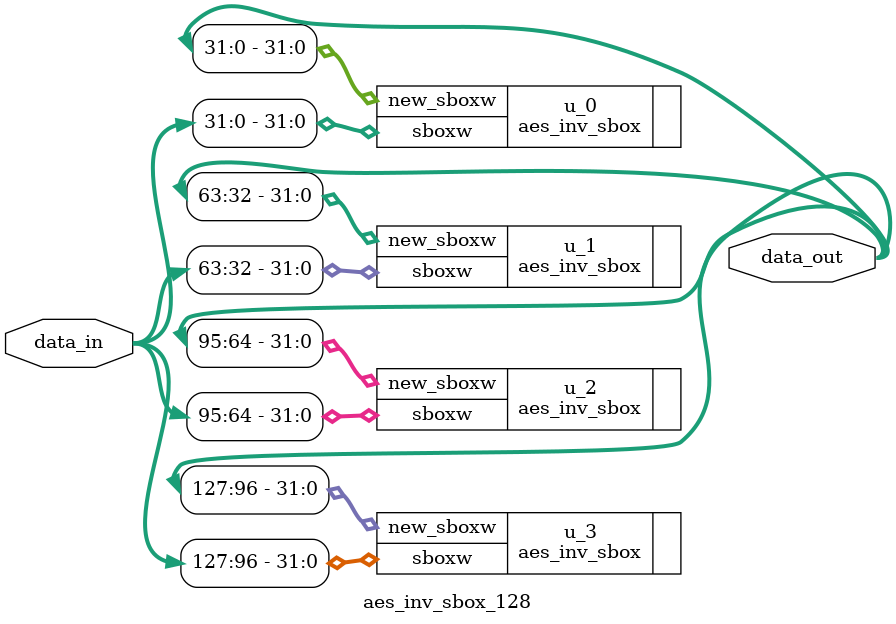
<source format=sv>
module aes_inv_sbox_128 (
    input  wire [127:0] data_in,

    output wire [127:0] data_out
);

aes_inv_sbox u_0(
	//ports
    .sboxw        (data_in[31:0]             ),
    .new_sboxw    (data_out[31:0]            ) 
);
aes_inv_sbox u_1(
	//ports
    .sboxw        (data_in[63:32]            ),
    .new_sboxw    (data_out[63:32]           ) 
);
aes_inv_sbox u_2(
	//ports
    .sboxw        (data_in[95:64]            ),
    .new_sboxw    (data_out[95:64]           ) 
);
aes_inv_sbox u_3(
	//ports
    .sboxw        (data_in[127:96]           ),
    .new_sboxw    (data_out[127:96]          ) 
);
endmodule //aes_sbox_128
</source>
